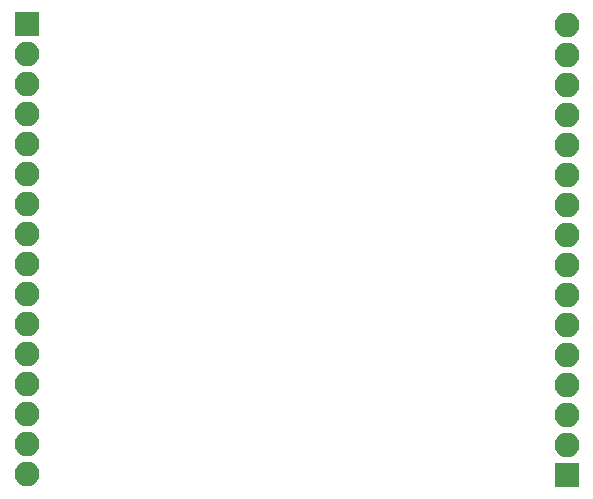
<source format=gbr>
G04 #@! TF.GenerationSoftware,KiCad,Pcbnew,(5.0.0)*
G04 #@! TF.CreationDate,2020-03-26T18:07:10+11:00*
G04 #@! TF.ProjectId,DAQ Board,44415120426F6172642E6B696361645F,rev?*
G04 #@! TF.SameCoordinates,Original*
G04 #@! TF.FileFunction,Soldermask,Bot*
G04 #@! TF.FilePolarity,Negative*
%FSLAX46Y46*%
G04 Gerber Fmt 4.6, Leading zero omitted, Abs format (unit mm)*
G04 Created by KiCad (PCBNEW (5.0.0)) date 03/26/20 18:07:10*
%MOMM*%
%LPD*%
G01*
G04 APERTURE LIST*
%ADD10O,2.100000X2.100000*%
%ADD11R,2.100000X2.100000*%
G04 APERTURE END LIST*
D10*
G04 #@! TO.C,J1*
X78740000Y-119358750D03*
X78740000Y-116818750D03*
X78740000Y-114278750D03*
X78740000Y-111738750D03*
X78740000Y-109198750D03*
X78740000Y-106658750D03*
X78740000Y-104118750D03*
X78740000Y-101578750D03*
X78740000Y-99038750D03*
X78740000Y-96498750D03*
X78740000Y-93958750D03*
X78740000Y-91418750D03*
X78740000Y-88878750D03*
X78740000Y-86338750D03*
X78740000Y-83798750D03*
D11*
X78740000Y-81258750D03*
G04 #@! TD*
G04 #@! TO.C,J2*
X124460000Y-119380000D03*
D10*
X124460000Y-116840000D03*
X124460000Y-114300000D03*
X124460000Y-111760000D03*
X124460000Y-109220000D03*
X124460000Y-106680000D03*
X124460000Y-104140000D03*
X124460000Y-101600000D03*
X124460000Y-99060000D03*
X124460000Y-96520000D03*
X124460000Y-93980000D03*
X124460000Y-91440000D03*
X124460000Y-88900000D03*
X124460000Y-86360000D03*
X124460000Y-83820000D03*
X124460000Y-81280000D03*
G04 #@! TD*
M02*

</source>
